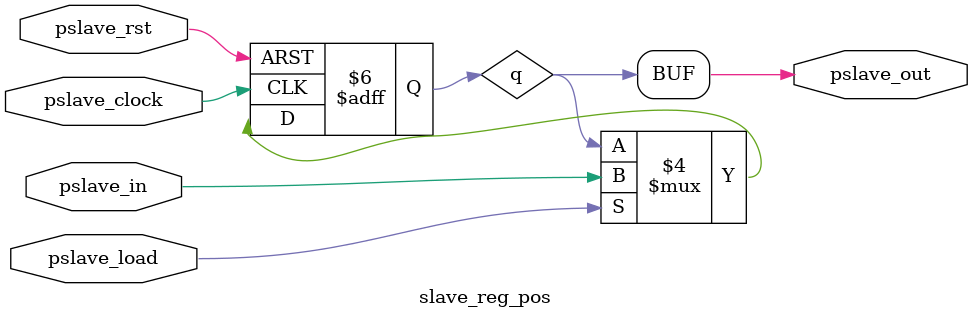
<source format=v>
module slave_start_stop_detector ( slave_reset, slave_scl_in, slave_sda_in, start_stop_detect);
input slave_reset;
input slave_scl_in, slave_sda_in;
output start_stop_detect;
wire rst_clock;
wire t, s1, s2;

// instantiation of toggle register
slave_toggle_register str1(.slave_out (t), . slave_load(slave_scl_in), .slave_rst(slave_reset), .slave_clock(rst_clock));

// instantiation of reg1 works at negedge of sda
slave_reg_pos srp1(.pslave_out(s1), .pslave_in(t), .pslave_clock(rst_clock), .pslave_rst(slave_reset), .pslave_load(slave_scl_in));


// instantiation of reg2 works at negedge of sda
slave_reg_neg srnn1(.nslave_out(s2), .nslave_in(t), .nslave_clock(rst_clock), .nslave_rst(slave_reset), .nslave_load(slave_scl_in));

assign rst_clock = slave_sda_in;
assign start_stop_detect = ~(s1^s2);

endmodule

module slave_toggle_register(slave_out, slave_load, slave_rst, slave_clock);
input slave_load;
input slave_rst, slave_clock;
output slave_out;
reg q;

always@(posedge slave_clock, negedge slave_rst)
begin
if(!slave_rst) begin
q <= 1'b1;
end
else if(slave_load)
begin
q <= !q;
end
end
assign slave_out = q;

endmodule

module slave_reg_neg (nslave_out, nslave_in, nslave_clock,  nslave_load,  nslave_rst);
input  nslave_clock,  nslave_rst;
input  nslave_in,  nslave_load;
output  nslave_out;
 reg q;

always@(negedge nslave_clock, negedge  nslave_rst)
if (!nslave_rst)
q <= 1'b0;
else if (nslave_load)
q <= nslave_in;
else q <= q;

assign  nslave_out = q;

endmodule

module slave_reg_pos(pslave_out, pslave_in, pslave_clock,  pslave_load,  pslave_rst);
input  pslave_load,  pslave_clock,  pslave_rst,  pslave_in;
output  pslave_out;
reg q;
 
always@(posedge  pslave_clock, negedge  pslave_rst)
if(! pslave_rst)
q <= 1'b0;
else if ( pslave_load)
q <= pslave_in;
else q <= q;

assign pslave_out = q;

endmodule

// code for start-stop detector ends here

</source>
